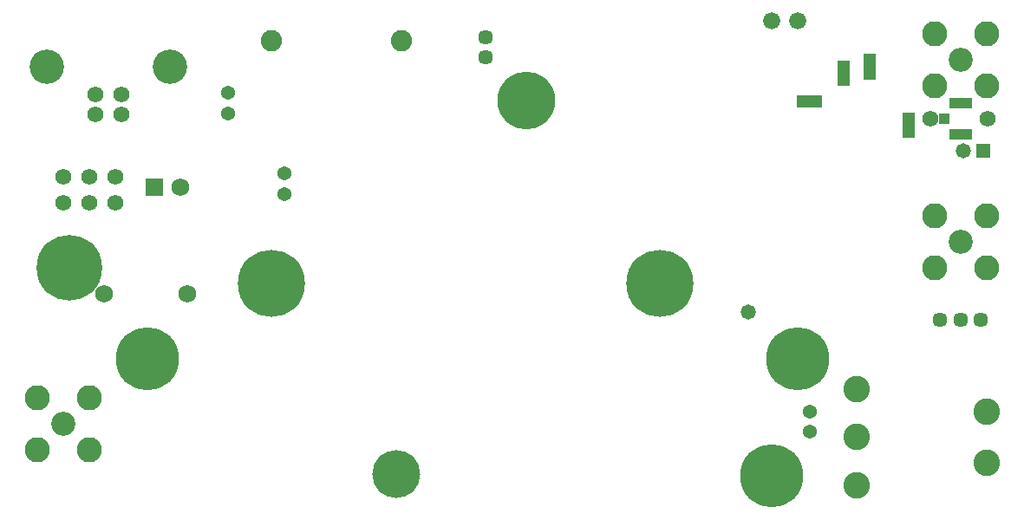
<source format=gbs>
G04 (created by PCBNEW (2013-07-07 BZR 4022)-stable) date 3/2/2015 1:41:46 AM*
%MOIN*%
G04 Gerber Fmt 3.4, Leading zero omitted, Abs format*
%FSLAX34Y34*%
G01*
G70*
G90*
G04 APERTURE LIST*
%ADD10C,0.006*%
%ADD11C,0.062*%
%ADD12C,0.068*%
%ADD13C,0.132*%
%ADD14C,0.057*%
%ADD15R,0.068X0.068*%
%ADD16C,0.054*%
%ADD17R,0.058X0.058*%
%ADD18C,0.058*%
%ADD19C,0.257906*%
%ADD20C,0.222*%
%ADD21C,0.082*%
%ADD22C,0.184*%
%ADD23C,0.242*%
%ADD24C,0.097*%
%ADD25C,0.092*%
%ADD26C,0.252*%
%ADD27C,0.066*%
%ADD28C,0.102*%
%ADD29R,0.046X0.046*%
%ADD30R,0.0414X0.0433*%
%ADD31R,0.0886X0.0433*%
G04 APERTURE END LIST*
G54D10*
G54D11*
X13750Y-18000D03*
X13750Y-17000D03*
X11750Y-17000D03*
X11750Y-18000D03*
X12750Y-17000D03*
X12750Y-18000D03*
G54D12*
X16525Y-21500D03*
X13325Y-21500D03*
G54D11*
X14000Y-14600D03*
X13000Y-14600D03*
X13000Y-13813D03*
X14000Y-13813D03*
G54D13*
X15862Y-12750D03*
X11138Y-12750D03*
G54D14*
X47037Y-22500D03*
X46250Y-22500D03*
X45463Y-22500D03*
G54D15*
X15250Y-17400D03*
G54D12*
X16250Y-17400D03*
G54D16*
X18100Y-14544D03*
X18100Y-13756D03*
X20250Y-17644D03*
X20250Y-16856D03*
G54D14*
X28000Y-12394D03*
X28000Y-11606D03*
G54D17*
X47144Y-16000D03*
G54D18*
X46356Y-16000D03*
G54D19*
X34710Y-21088D03*
G54D20*
X29564Y-14064D03*
G54D21*
X19750Y-11750D03*
X24750Y-11750D03*
G54D22*
X24564Y-28435D03*
G54D19*
X19750Y-21088D03*
G54D23*
X40000Y-24000D03*
G54D24*
X45250Y-13500D03*
X47250Y-11500D03*
X45250Y-11500D03*
G54D25*
X46250Y-12500D03*
G54D24*
X47250Y-13500D03*
X10750Y-27500D03*
X12750Y-27500D03*
X12750Y-25500D03*
G54D25*
X11750Y-26500D03*
G54D24*
X10750Y-25500D03*
X47250Y-18500D03*
X45250Y-18500D03*
X45250Y-20500D03*
G54D25*
X46250Y-19500D03*
G54D24*
X47250Y-20500D03*
G54D11*
X45100Y-14750D03*
G54D23*
X15000Y-24000D03*
G54D26*
X12000Y-20500D03*
G54D23*
X39000Y-28500D03*
G54D27*
X40000Y-11000D03*
X39000Y-11000D03*
G54D28*
X47250Y-27984D03*
X47250Y-26016D03*
X42250Y-28850D03*
X42250Y-27000D03*
X42250Y-25150D03*
G54D29*
X44250Y-15260D03*
X44250Y-14740D03*
X44250Y-15000D03*
X42750Y-12490D03*
X42750Y-13010D03*
X42750Y-12750D03*
X41750Y-13260D03*
X41750Y-12740D03*
X41750Y-13000D03*
X40710Y-14100D03*
X40190Y-14100D03*
X40450Y-14100D03*
G54D11*
X47300Y-14750D03*
G54D16*
X40450Y-26794D03*
X40450Y-26006D03*
G54D30*
X45630Y-14750D03*
G54D31*
X46250Y-14159D03*
X46250Y-15341D03*
G54D18*
X38100Y-22200D03*
M02*

</source>
